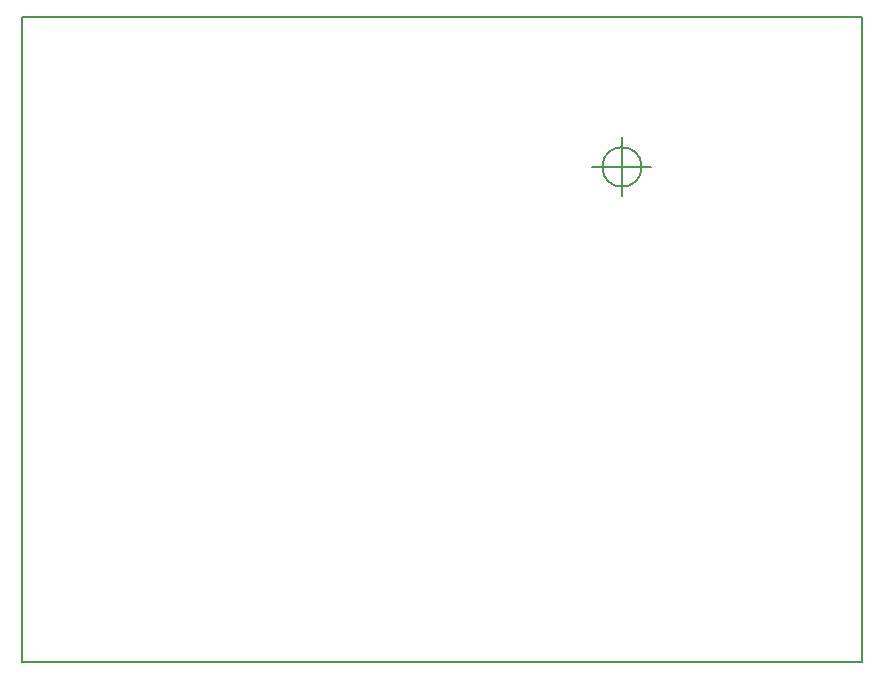
<source format=gbr>
G04 #@! TF.GenerationSoftware,KiCad,Pcbnew,(5.1.6)-1*
G04 #@! TF.CreationDate,2020-09-09T15:03:48-04:00*
G04 #@! TF.ProjectId,electronique_drone,656c6563-7472-46f6-9e69-7175655f6472,2*
G04 #@! TF.SameCoordinates,Original*
G04 #@! TF.FileFunction,Profile,NP*
%FSLAX46Y46*%
G04 Gerber Fmt 4.6, Leading zero omitted, Abs format (unit mm)*
G04 Created by KiCad (PCBNEW (5.1.6)-1) date 2020-09-09 15:03:48*
%MOMM*%
%LPD*%
G01*
G04 APERTURE LIST*
G04 #@! TA.AperFunction,Profile*
%ADD10C,0.150000*%
G04 #@! TD*
G04 APERTURE END LIST*
D10*
X96916666Y-62230000D02*
G75*
G03*
X96916666Y-62230000I-1666666J0D01*
G01*
X92750000Y-62230000D02*
X97750000Y-62230000D01*
X95250000Y-59730000D02*
X95250000Y-64730000D01*
X44450000Y-104140000D02*
X44450000Y-49530000D01*
X115570000Y-104140000D02*
X44450000Y-104140000D01*
X115570000Y-49530000D02*
X115570000Y-104140000D01*
X44450000Y-49530000D02*
X115570000Y-49530000D01*
M02*

</source>
